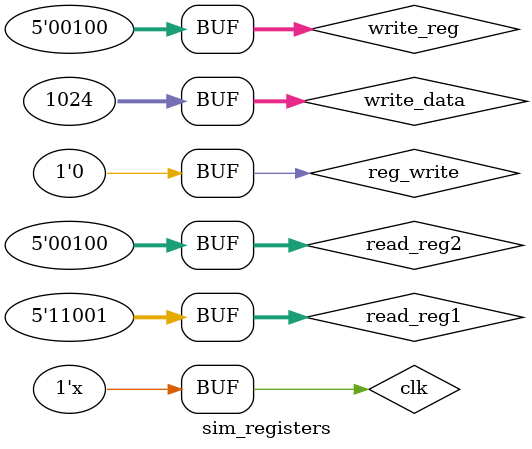
<source format=v>
`timescale 1ns / 1ps


module sim_registers();
    reg clk, reg_write;
    reg [4:0] read_reg1, read_reg2, write_reg;
    reg [31:0] write_data;
    wire [31:0] read_data1, read_data2;
    
    always #5 clk = ~clk;
    
    registers R(clk, reg_write, read_reg1, read_reg2, write_reg, write_data, read_data1, read_data2);
    
    initial begin
        clk = 1; read_reg1 = 0; read_reg2 = 0; write_reg = 0; write_data = 0;
                
        #10 reg_write = 0;
        
        #5 read_reg1 = 18;
           read_reg2 = 7;
        
        #5 read_reg1 = 21;
        #5 read_reg2 = 21;
        
        #5 read_reg1 = 16;
           read_reg2 = 11;
        
        #5 read_reg1 = 20;
           read_reg2 = 22;
        
        #5 reg_write = 1;
           write_reg = 25;
           write_data = 87;
           
        #5 write_reg = 4;
           write_data = 1024;
            
        #10 reg_write = 0;
           read_reg1 = 25;
           read_reg2 = 4;
        
    end
endmodule

</source>
